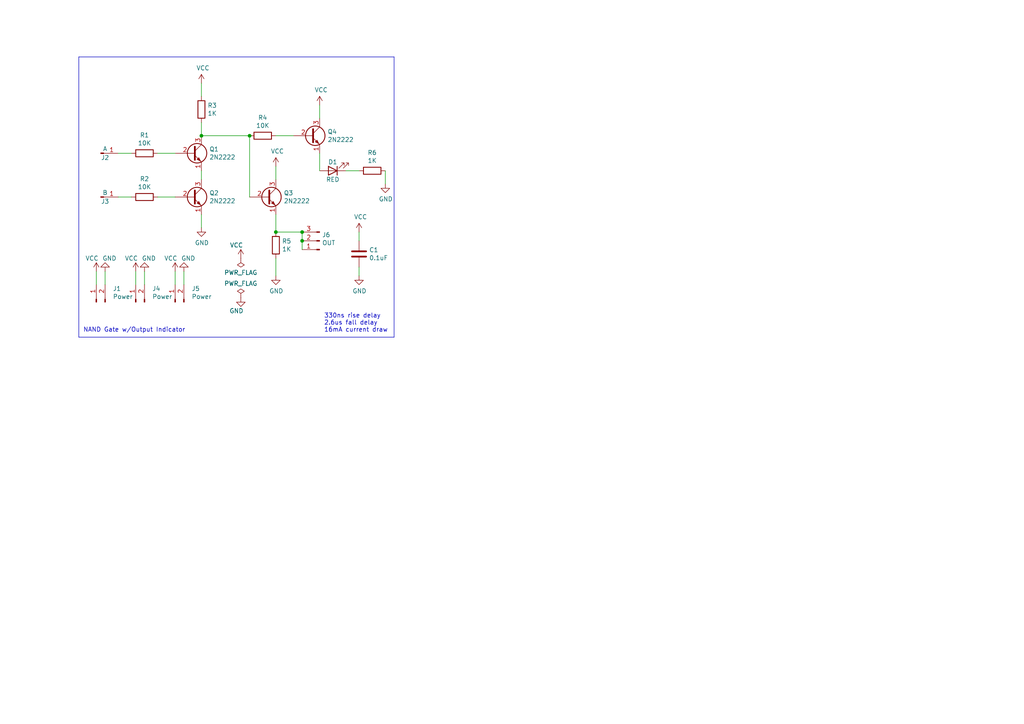
<source format=kicad_sch>
(kicad_sch (version 20230121) (generator eeschema)
  (paper "A4")
  (title_block (title "NAND Gate") (date "2019-12-22") (rev "1"))
  (lib_symbols
    (symbol "2n2222:2N2222" (pin_names (offset 0) hide)
      (property "Reference" "Q" (at 5.08 1.905 0))
      (property "Value" "2N2222" (at 5.08 0 0))
      (symbol "2N2222_0_1"
        (polyline (pts (xy 0.635 0.635) (xy 2.54 2.54)))
        (polyline (pts (xy 0.635 -0.635) (xy 2.54 -2.54) (xy 2.54 -2.54)))
        (polyline (pts (xy 0.635 1.905) (xy 0.635 -1.905) (xy 0.635 -1.905)) (stroke (width 0.508)))
        (polyline (pts (xy 1.27 -1.778) (xy 1.778 -1.27) (xy 2.286 -2.286) (xy 1.27 -1.778) (xy 1.27 -1.778)) (fill (type outline)))
        (circle (center 1.27 0) (radius 2.8194) (stroke (width 0.254)))
      )
      (symbol "2N2222_1_1"
        (pin passive line (at 2.54 -5.08 90) (length 2.54) (name "E") (number "1"))
        (pin passive line (at -5.08 0 0) (length 5.715) (name "B") (number "2"))
        (pin passive line (at 2.54 5.08 270) (length 2.54) (name "C") (number "3"))
      )
    )
    (symbol "Connector:Conn_01x01_Pin" (pin_names (offset 1.016) hide)
      (property "Reference" "J" (at 0 2.54 0))
      (property "Value" "Conn_01x01_Pin" (at 0 -2.54 0))
      (symbol "Conn_01x01_Pin_1_1"
        (polyline (pts (xy 1.27 0) (xy 0.8636 0)) (stroke (width 0.1524)))
        (rectangle (start 0.8636 0.127) (end 0 -0.127) (stroke (width 0.1524)) (fill (type outline)))
        (pin passive line (at 5.08 0 180) (length 3.81) (name "Pin_1") (number "1"))
      )
    )
    (symbol "Connector:Conn_01x02_Pin" (pin_names (offset 1.016) hide)
      (property "Reference" "J" (at 0 2.54 0))
      (property "Value" "Conn_01x02_Pin" (at 0 -5.08 0))
      (symbol "Conn_01x02_Pin_1_1"
        (polyline (pts (xy 1.27 -2.54) (xy 0.8636 -2.54)) (stroke (width 0.1524)))
        (polyline (pts (xy 1.27 0) (xy 0.8636 0)) (stroke (width 0.1524)))
        (rectangle (start 0.8636 -2.413) (end 0 -2.667) (stroke (width 0.1524)) (fill (type outline)))
        (rectangle (start 0.8636 0.127) (end 0 -0.127) (stroke (width 0.1524)) (fill (type outline)))
        (pin passive line (at 5.08 0 180) (length 3.81) (name "Pin_1") (number "1"))
        (pin passive line (at 5.08 -2.54 180) (length 3.81) (name "Pin_2") (number "2"))
      )
    )
    (symbol "Connector:Conn_01x03_Pin" (pin_names (offset 1.016) hide)
      (property "Reference" "J" (at 0 5.08 0))
      (property "Value" "Conn_01x03_Pin" (at 0 -5.08 0))
      (symbol "Conn_01x03_Pin_1_1"
        (polyline (pts (xy 1.27 -2.54) (xy 0.8636 -2.54)) (stroke (width 0.1524)))
        (polyline (pts (xy 1.27 0) (xy 0.8636 0)) (stroke (width 0.1524)))
        (polyline (pts (xy 1.27 2.54) (xy 0.8636 2.54)) (stroke (width 0.1524)))
        (rectangle (start 0.8636 -2.413) (end 0 -2.667) (stroke (width 0.1524)) (fill (type outline)))
        (rectangle (start 0.8636 0.127) (end 0 -0.127) (stroke (width 0.1524)) (fill (type outline)))
        (rectangle (start 0.8636 2.667) (end 0 2.413) (stroke (width 0.1524)) (fill (type outline)))
        (pin passive line (at 5.08 2.54 180) (length 3.81) (name "Pin_1") (number "1"))
        (pin passive line (at 5.08 0 180) (length 3.81) (name "Pin_2") (number "2"))
        (pin passive line (at 5.08 -2.54 180) (length 3.81) (name "Pin_3") (number "3"))
      )
    )
    (symbol "Device:C" (pin_numbers hide) (pin_names (offset 0.254))
      (property "Reference" "C" (at 0.635 2.54 0))
      (property "Value" "C" (at 0.635 -2.54 0))
      (symbol "C_0_1"
        (polyline (pts (xy -2.032 -0.762) (xy 2.032 -0.762)) (stroke (width 0.508)))
        (polyline (pts (xy -2.032 0.762) (xy 2.032 0.762)) (stroke (width 0.508)))
      )
      (symbol "C_1_1"
        (pin passive line (at 0 3.81 270) (length 2.794) (name "~") (number "1"))
        (pin passive line (at 0 -3.81 90) (length 2.794) (name "~") (number "2"))
      )
    )
    (symbol "Device:LED" (pin_numbers hide) (pin_names (offset 1.016) hide)
      (property "Reference" "D" (at 0 2.54 0))
      (property "Value" "LED" (at 0 -2.54 0))
      (symbol "LED_0_1"
        (polyline (pts (xy -1.27 -1.27) (xy -1.27 1.27)) (stroke (width 0.254)))
        (polyline (pts (xy -1.27 0) (xy 1.27 0)))
        (polyline (pts (xy 1.27 -1.27) (xy 1.27 1.27) (xy -1.27 0) (xy 1.27 -1.27)) (stroke (width 0.254)))
        (polyline (pts (xy -3.048 -0.762) (xy -4.572 -2.286) (xy -3.81 -2.286) (xy -4.572 -2.286) (xy -4.572 -1.524)))
        (polyline (pts (xy -1.778 -0.762) (xy -3.302 -2.286) (xy -2.54 -2.286) (xy -3.302 -2.286) (xy -3.302 -1.524)))
      )
      (symbol "LED_1_1"
        (pin passive line (at -3.81 0 0) (length 2.54) (name "K") (number "1"))
        (pin passive line (at 3.81 0 180) (length 2.54) (name "A") (number "2"))
      )
    )
    (symbol "Device:R" (pin_numbers hide) (pin_names (offset 0))
      (property "Reference" "R" (at 2.032 0 90))
      (property "Value" "R" (at 0 0 90))
      (symbol "R_0_1"
        (rectangle (start -1.016 -2.54) (end 1.016 2.54) (stroke (width 0.254)))
      )
      (symbol "R_1_1"
        (pin passive line (at 0 3.81 270) (length 1.27) (name "~") (number "1"))
        (pin passive line (at 0 -3.81 90) (length 1.27) (name "~") (number "2"))
      )
    )
    (symbol "power:GND" (power) (pin_names (offset 0))
      (property "Value" "GND" (at 0 -3.81 0))
      (symbol "GND_0_1"
        (polyline (pts (xy 0 0) (xy 0 -1.27) (xy 1.27 -1.27) (xy 0 -2.54) (xy -1.27 -1.27) (xy 0 -1.27)))
      )
      (symbol "GND_1_1"
        (pin power_in line (at 0 0 270) (length 0) hide (name "GND") (number "1"))
      )
    )
    (symbol "power:PWR_FLAG" (power) (pin_numbers hide) (pin_names (offset 0) hide)
      (property "Value" "PWR_FLAG" (at 0 3.81 0))
      (symbol "PWR_FLAG_0_0"
        (pin power_out line (at 0 0 90) (length 0) (name "pwr") (number "1"))
      )
      (symbol "PWR_FLAG_0_1"
        (polyline (pts (xy 0 0) (xy 0 1.27) (xy -1.016 1.905) (xy 0 2.54) (xy 1.016 1.905) (xy 0 1.27)))
      )
    )
    (symbol "power:VCC" (power) (pin_names (offset 0))
      (property "Value" "VCC" (at 0 3.81 0))
      (symbol "VCC_0_1"
        (polyline (pts (xy -0.762 1.27) (xy 0 2.54)))
        (polyline (pts (xy 0 0) (xy 0 2.54)))
        (polyline (pts (xy 0 2.54) (xy 0.762 1.27)))
      )
      (symbol "VCC_1_1"
        (pin power_in line (at 0 0 90) (length 0) hide (name "VCC") (number "1"))
      )
    )
  )
  (junction (at 58.42 39.37))
  (junction (at 87.63 69.85))
  (junction (at 80.01 67.31))
  (junction (at 87.63 67.31))
  (junction (at 72.39 39.37))
  (wire (pts (xy 80.01 67.31) (xy 87.63 67.31)))
  (polyline (pts (xy 22.86 97.79) (xy 114.3 97.79)))
  (wire (pts (xy 41.91 82.55) (xy 41.91 78.74)))
  (wire (pts (xy 80.01 52.07) (xy 80.01 48.26)))
  (wire (pts (xy 100.33 49.53) (xy 104.14 49.53)))
  (wire (pts (xy 50.8 78.74) (xy 50.8 82.55)))
  (wire (pts (xy 80.01 39.37) (xy 85.09 39.37)))
  (wire (pts (xy 87.63 67.31) (xy 87.63 69.85)))
  (polyline (pts (xy 114.3 16.51) (xy 22.86 16.51)))
  (wire (pts (xy 27.94 82.55) (xy 27.94 78.74)))
  (wire (pts (xy 34.29 44.45) (xy 38.1 44.45)))
  (wire (pts (xy 87.63 69.85) (xy 87.63 72.39)))
  (wire (pts (xy 92.71 44.45) (xy 92.71 49.53)))
  (wire (pts (xy 58.42 27.94) (xy 58.42 24.13)))
  (wire (pts (xy 45.72 57.15) (xy 50.8 57.15)))
  (polyline (pts (xy 22.86 16.51) (xy 22.86 97.79)))
  (wire (pts (xy 53.34 82.55) (xy 53.34 78.74)))
  (wire (pts (xy 72.39 57.15) (xy 72.39 39.37)))
  (wire (pts (xy 30.48 82.55) (xy 30.48 78.74)))
  (wire (pts (xy 104.14 67.31) (xy 104.14 69.85)))
  (wire (pts (xy 72.39 39.37) (xy 58.42 39.37)))
  (wire (pts (xy 80.01 80.01) (xy 80.01 74.93)))
  (wire (pts (xy 104.14 77.47) (xy 104.14 80.01)))
  (wire (pts (xy 80.01 67.31) (xy 80.01 62.23)))
  (wire (pts (xy 58.42 62.23) (xy 58.42 66.04)))
  (wire (pts (xy 92.71 34.29) (xy 92.71 30.48)))
  (wire (pts (xy 58.42 49.53) (xy 58.42 52.07)))
  (wire (pts (xy 111.76 49.53) (xy 111.76 53.34)))
  (wire (pts (xy 45.72 44.45) (xy 50.8 44.45)))
  (wire (pts (xy 39.37 78.74) (xy 39.37 82.55)))
  (polyline (pts (xy 114.3 97.79) (xy 114.3 16.51)))
  (wire (pts (xy 38.1 57.15) (xy 34.29 57.15)))
  (wire (pts (xy 58.42 35.56) (xy 58.42 39.37)))
  (text "330ns rise delay\n2.6us fall delay\n16mA current draw" (at 93.98 96.52 0) (effects (font (size 1.27 1.27)) (justify left bottom)))
  (text "NAND Gate w/Output Indicator" (at 24.13 96.52 0) (effects (font (size 1.27 1.27)) (justify left bottom)))
  (symbol (lib_id "Connector:Conn_01x01_Pin") (at 29.21 44.45 0) (unit 1)
    (property "Reference" "J2" (at 30.48 45.72 0))
    (property "Value" "A" (at 30.48 43.18 0))
    (property "Footprint" "Connector_PinHeader_2.54mm:PinHeader_1x01_P2.54mm_Vertical" (effects hide))
  )
  (symbol (lib_id "Connector:Conn_01x01_Pin") (at 29.21 57.15 0) (unit 1)
    (property "Reference" "J3" (at 30.48 58.42 0))
    (property "Value" "B" (at 30.48 55.88 0))
    (property "Footprint" "Connector_PinHeader_2.54mm:PinHeader_1x01_P2.54mm_Vertical" (effects hide))
  )
  (symbol (lib_id "Device:R") (at 41.91 44.45 270) (unit 1)
    (property "Reference" "R1" (at 41.91 39.1922 90))
    (property "Value" "10K" (at 41.91 41.5036 90))
    (property "Footprint" "Resistor_THT:R_Axial_DIN0309_L9.0mm_D3.2mm_P12.70mm_Horizontal" (effects hide))
  )
  (symbol (lib_id "Device:R") (at 41.91 57.15 270) (unit 1)
    (property "Reference" "R2" (at 41.91 51.8922 90))
    (property "Value" "10K" (at 41.91 54.2036 90))
    (property "Footprint" "Resistor_THT:R_Axial_DIN0309_L9.0mm_D3.2mm_P12.70mm_Horizontal" (effects hide))
  )
  (symbol (lib_id "2n2222:2N2222") (at 55.88 44.45 0) (unit 1)
    (property "Reference" "Q1" (at 60.706 43.2816 0) (effects (justify left)))
    (property "Value" "2N2222" (at 60.706 45.593 0) (effects (justify left)))
    (property "Footprint" "Package_TO_SOT_THT:TO-92_Inline" (effects hide))
    (property "Datasheet" "https://www.fairchildsemi.com/datasheets/2N/2N3904.pdf" (effects hide))
  )
  (symbol (lib_id "power:VCC") (at 104.14 67.31 0) (unit 1)
    (property "Reference" "#PWR01" (effects hide))
    (property "Value" "VCC" (at 104.5718 62.9158 0))
  )
  (symbol (lib_id "2n2222:2N2222") (at 55.88 57.15 0) (unit 1)
    (property "Reference" "Q2" (at 60.706 55.9816 0) (effects (justify left)))
    (property "Value" "2N2222" (at 60.706 58.293 0) (effects (justify left)))
    (property "Footprint" "Package_TO_SOT_THT:TO-92_Inline" (effects hide))
    (property "Datasheet" "https://www.fairchildsemi.com/datasheets/2N/2N3904.pdf" (effects hide))
  )
  (symbol (lib_id "power:GND") (at 58.42 66.04 0) (unit 1)
    (property "Reference" "#PWR0101" (effects hide))
    (property "Value" "GND" (at 58.547 70.4342 0))
  )
  (symbol (lib_id "power:VCC") (at 58.42 24.13 0) (unit 1)
    (property "Reference" "#PWR0102" (effects hide))
    (property "Value" "VCC" (at 58.8518 19.7358 0))
  )
  (symbol (lib_id "Device:C") (at 104.14 73.66 0) (unit 1)
    (property "Reference" "C1" (at 107.061 72.4916 0) (effects (justify left)))
    (property "Value" "0.1uF" (at 107.061 74.803 0) (effects (justify left)))
    (property "Footprint" "Capacitor_THT:C_Disc_D4.3mm_W1.9mm_P5.00mm" (effects hide))
  )
  (symbol (lib_id "power:GND") (at 104.14 80.01 0) (unit 1)
    (property "Reference" "#PWR02" (effects hide))
    (property "Value" "GND" (at 104.267 84.4042 0))
  )
  (symbol (lib_id "Device:R") (at 58.42 31.75 0) (unit 1)
    (property "Reference" "R3" (at 60.198 30.5816 0) (effects (justify left)))
    (property "Value" "1K" (at 60.198 32.893 0) (effects (justify left)))
    (property "Footprint" "Resistor_THT:R_Axial_DIN0309_L9.0mm_D3.2mm_P12.70mm_Horizontal" (effects hide))
  )
  (symbol (lib_id "Device:R") (at 76.2 39.37 270) (unit 1)
    (property "Reference" "R4" (at 76.2 34.1122 90))
    (property "Value" "10K" (at 76.2 36.4236 90))
    (property "Footprint" "Resistor_THT:R_Axial_DIN0309_L9.0mm_D3.2mm_P12.70mm_Horizontal" (effects hide))
  )
  (symbol (lib_id "2n2222:2N2222") (at 90.17 39.37 0) (unit 1)
    (property "Reference" "Q4" (at 94.996 38.2016 0) (effects (justify left)))
    (property "Value" "2N2222" (at 94.996 40.513 0) (effects (justify left)))
    (property "Footprint" "Package_TO_SOT_THT:TO-92_Inline" (effects hide))
    (property "Datasheet" "https://www.fairchildsemi.com/datasheets/2N/2N3904.pdf" (effects hide))
  )
  (symbol (lib_id "power:VCC") (at 92.71 30.48 0) (unit 1)
    (property "Reference" "#PWR0103" (effects hide))
    (property "Value" "VCC" (at 93.1418 26.0858 0))
  )
  (symbol (lib_id "Device:LED") (at 96.52 49.53 180) (unit 1)
    (property "Reference" "D1" (at 96.52 46.99 0))
    (property "Value" "RED" (at 96.52 52.07 0))
    (property "Footprint" "LED_THT:LED_D5.0mm" (effects hide))
  )
  (symbol (lib_id "Device:R") (at 107.95 49.53 270) (unit 1)
    (property "Reference" "R6" (at 107.95 44.2722 90))
    (property "Value" "1K" (at 107.95 46.5836 90))
    (property "Footprint" "Resistor_THT:R_Axial_DIN0309_L9.0mm_D3.2mm_P12.70mm_Horizontal" (effects hide))
  )
  (symbol (lib_id "power:GND") (at 111.76 53.34 0) (unit 1)
    (property "Reference" "#PWR0104" (effects hide))
    (property "Value" "GND" (at 111.887 57.7342 0))
  )
  (symbol (lib_id "2n2222:2N2222") (at 77.47 57.15 0) (unit 1)
    (property "Reference" "Q3" (at 82.296 55.9816 0) (effects (justify left)))
    (property "Value" "2N2222" (at 82.296 58.293 0) (effects (justify left)))
    (property "Footprint" "Package_TO_SOT_THT:TO-92_Inline" (effects hide))
    (property "Datasheet" "https://www.fairchildsemi.com/datasheets/2N/2N3904.pdf" (effects hide))
  )
  (symbol (lib_id "power:VCC") (at 80.01 48.26 0) (unit 1)
    (property "Reference" "#PWR0105" (effects hide))
    (property "Value" "VCC" (at 80.4418 43.8658 0))
  )
  (symbol (lib_id "Device:R") (at 80.01 71.12 0) (unit 1)
    (property "Reference" "R5" (at 81.788 69.9516 0) (effects (justify left)))
    (property "Value" "1K" (at 81.788 72.263 0) (effects (justify left)))
    (property "Footprint" "Resistor_THT:R_Axial_DIN0309_L9.0mm_D3.2mm_P12.70mm_Horizontal" (effects hide))
  )
  (symbol (lib_id "power:GND") (at 80.01 80.01 0) (unit 1)
    (property "Reference" "#PWR0106" (effects hide))
    (property "Value" "GND" (at 80.137 84.4042 0))
  )
  (symbol (lib_id "Connector:Conn_01x03_Pin") (at 92.71 69.85 180) (unit 1)
    (property "Reference" "J6" (at 93.4212 68.1228 0) (effects (justify right)))
    (property "Value" "OUT" (at 93.4212 70.4342 0) (effects (justify right)))
    (property "Footprint" "Connector_PinHeader_2.54mm:PinHeader_1x03_P2.54mm_Vertical" (effects hide))
  )
  (symbol (lib_id "Connector:Conn_01x02_Pin") (at 27.94 87.63 90) (unit 1)
    (property "Reference" "J1" (at 32.7152 83.7184 90) (effects (justify right)))
    (property "Value" "Power" (at 32.7152 86.0298 90) (effects (justify right)))
    (property "Footprint" "Connector_PinHeader_2.54mm:PinHeader_1x02_P2.54mm_Vertical" (effects hide))
  )
  (symbol (lib_id "Connector:Conn_01x02_Pin") (at 39.37 87.63 90) (unit 1)
    (property "Reference" "J4" (at 44.1452 83.7184 90) (effects (justify right)))
    (property "Value" "Power" (at 44.1452 86.0298 90) (effects (justify right)))
    (property "Footprint" "Connector_PinHeader_2.54mm:PinHeader_1x02_P2.54mm_Vertical" (effects hide))
  )
  (symbol (lib_id "Connector:Conn_01x02_Pin") (at 50.8 87.63 90) (unit 1)
    (property "Reference" "J5" (at 55.5752 83.7184 90) (effects (justify right)))
    (property "Value" "Power" (at 55.5752 86.0298 90) (effects (justify right)))
    (property "Footprint" "Connector_PinHeader_2.54mm:PinHeader_1x02_P2.54mm_Vertical" (effects hide))
  )
  (symbol (lib_id "power:GND") (at 30.48 78.74 180) (unit 1)
    (property "Reference" "#PWR0107" (effects hide))
    (property "Value" "GND" (at 31.75 74.93 0))
  )
  (symbol (lib_id "power:GND") (at 41.91 78.74 180) (unit 1)
    (property "Reference" "#PWR0108" (effects hide))
    (property "Value" "GND" (at 43.18 74.93 0))
  )
  (symbol (lib_id "power:GND") (at 53.34 78.74 180) (unit 1)
    (property "Reference" "#PWR0109" (effects hide))
    (property "Value" "GND" (at 54.61 74.93 0))
  )
  (symbol (lib_id "power:VCC") (at 50.8 78.74 0) (unit 1)
    (property "Reference" "#PWR0110" (effects hide))
    (property "Value" "VCC" (at 49.53 74.93 0))
  )
  (symbol (lib_id "power:VCC") (at 39.37 78.74 0) (unit 1)
    (property "Reference" "#PWR0111" (effects hide))
    (property "Value" "VCC" (at 38.1 74.93 0))
  )
  (symbol (lib_id "power:VCC") (at 27.94 78.74 0) (unit 1)
    (property "Reference" "#PWR0112" (effects hide))
    (property "Value" "VCC" (at 26.67 74.93 0))
  )
  (symbol (lib_id "power:VCC") (at 69.85 74.93 0) (unit 1)
    (property "Reference" "#PWR03" (effects hide))
    (property "Value" "VCC" (at 68.58 71.12 0))
  )
  (symbol (lib_id "power:PWR_FLAG") (at 69.85 86.36 0) (unit 1)
    (property "Reference" "#FLG02" (effects hide))
    (property "Value" "PWR_FLAG" (at 69.85 82.2269 0))
  )
  (symbol (lib_id "power:GND") (at 69.85 86.36 0) (unit 1)
    (property "Reference" "#PWR04" (effects hide))
    (property "Value" "GND" (at 68.58 90.17 0))
  )
  (symbol (lib_id "power:PWR_FLAG") (at 69.85 74.93 180) (unit 1)
    (property "Reference" "#FLG01" (effects hide))
    (property "Value" "PWR_FLAG" (at 69.85 79.0631 0))
  )
)
</source>
